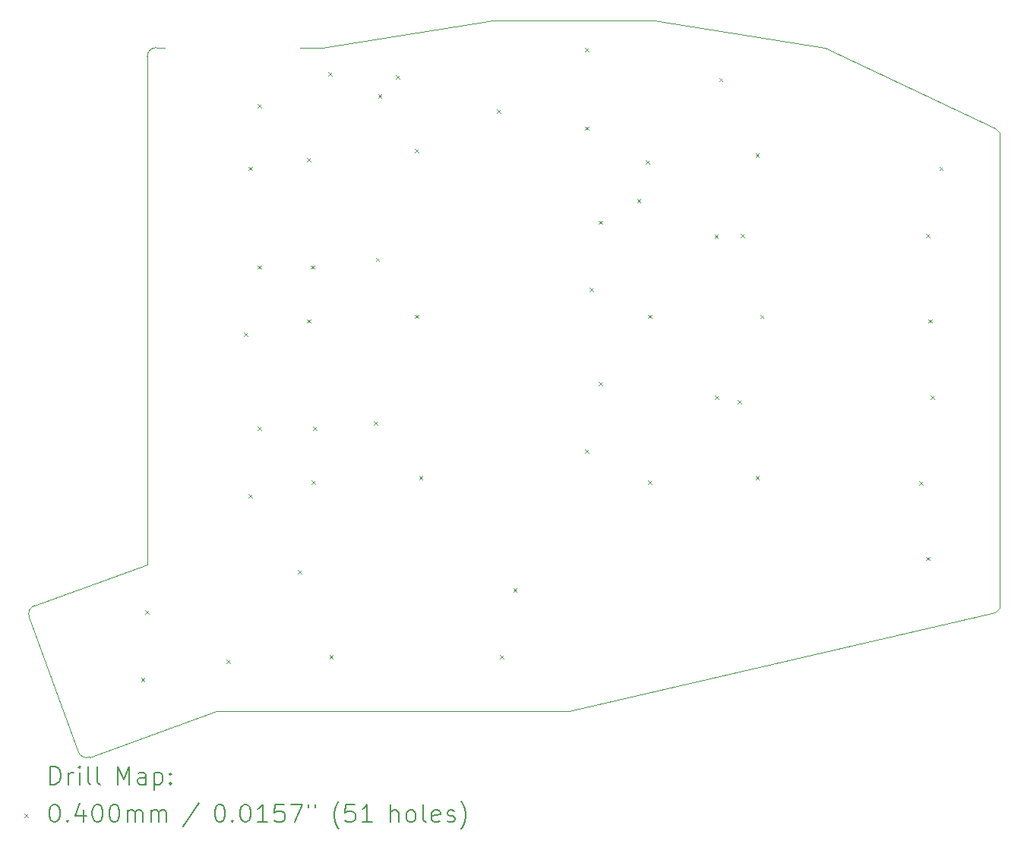
<source format=gbr>
%TF.GenerationSoftware,KiCad,Pcbnew,(7.0.0-0)*%
%TF.CreationDate,2023-03-13T10:37:24+08:00*%
%TF.ProjectId,Input,496e7075-742e-46b6-9963-61645f706362,1*%
%TF.SameCoordinates,PX7bfa480PY6052340*%
%TF.FileFunction,Drillmap*%
%TF.FilePolarity,Positive*%
%FSLAX45Y45*%
G04 Gerber Fmt 4.5, Leading zero omitted, Abs format (unit mm)*
G04 Created by KiCad (PCBNEW (7.0.0-0)) date 2023-03-13 10:37:24*
%MOMM*%
%LPD*%
G01*
G04 APERTURE LIST*
%ADD10C,0.100000*%
%ADD11C,0.200000*%
%ADD12C,0.040000*%
G04 APERTURE END LIST*
D10*
X2900000Y3200000D02*
X1000000Y2900000D01*
X8500000Y2000000D02*
X8550000Y1950000D01*
X6600000Y2900000D02*
X4700000Y3200000D01*
X-750000Y2900000D02*
X-850000Y2900000D01*
X-950000Y2800000D02*
X-950000Y-2867500D01*
X1000000Y2900000D02*
X750000Y2900000D01*
X8500000Y-3400000D02*
X8550000Y-3350000D01*
X-175000Y-4500000D02*
X3750000Y-4500000D01*
X-850000Y2900000D02*
G75*
G03*
X-950000Y2800000I0J-100000D01*
G01*
X-1719107Y-4955972D02*
X-2266339Y-3452464D01*
X-1719110Y-4955973D02*
G75*
G03*
X-1590936Y-5015740I93970J34203D01*
G01*
X-2206573Y-3324290D02*
G75*
G03*
X-2266339Y-3452464I34203J-93970D01*
G01*
X4700000Y3200000D02*
X2900000Y3200000D01*
X6600000Y2900000D02*
X8500000Y2000000D01*
X-2206572Y-3324293D02*
X-950000Y-2867500D01*
X-175000Y-4500000D02*
X-1590936Y-5015740D01*
X8550000Y-3350000D02*
X8550000Y1950000D01*
X3750000Y-4500000D02*
X8500000Y-3400000D01*
D11*
D12*
X-1020000Y-4130000D02*
X-980000Y-4170000D01*
X-980000Y-4130000D02*
X-1020000Y-4170000D01*
X-970000Y-3380000D02*
X-930000Y-3420000D01*
X-930000Y-3380000D02*
X-970000Y-3420000D01*
X-70000Y-3930000D02*
X-30000Y-3970000D01*
X-30000Y-3930000D02*
X-70000Y-3970000D01*
X130000Y-280000D02*
X170000Y-320000D01*
X170000Y-280000D02*
X130000Y-320000D01*
X180000Y1570000D02*
X220000Y1530000D01*
X220000Y1570000D02*
X180000Y1530000D01*
X180000Y-2080000D02*
X220000Y-2120000D01*
X220000Y-2080000D02*
X180000Y-2120000D01*
X280000Y470000D02*
X320000Y430000D01*
X320000Y470000D02*
X280000Y430000D01*
X280000Y-1330000D02*
X320000Y-1370000D01*
X320000Y-1330000D02*
X280000Y-1370000D01*
X280000Y2270000D02*
X320000Y2230000D01*
X320000Y2270000D02*
X280000Y2230000D01*
X730000Y-2930000D02*
X770000Y-2970000D01*
X770000Y-2930000D02*
X730000Y-2970000D01*
X830000Y1670000D02*
X870000Y1630000D01*
X870000Y1670000D02*
X830000Y1630000D01*
X830000Y-130000D02*
X870000Y-170000D01*
X870000Y-130000D02*
X830000Y-170000D01*
X870000Y470000D02*
X910000Y430000D01*
X910000Y470000D02*
X870000Y430000D01*
X880000Y-1930000D02*
X920000Y-1970000D01*
X920000Y-1930000D02*
X880000Y-1970000D01*
X900000Y-1330000D02*
X940000Y-1370000D01*
X940000Y-1330000D02*
X900000Y-1370000D01*
X1070000Y2622450D02*
X1110000Y2582450D01*
X1110000Y2622450D02*
X1070000Y2582450D01*
X1080000Y-3880000D02*
X1120000Y-3920000D01*
X1120000Y-3880000D02*
X1080000Y-3920000D01*
X1572500Y-1272500D02*
X1612500Y-1312500D01*
X1612500Y-1272500D02*
X1572500Y-1312500D01*
X1596250Y553750D02*
X1636250Y513750D01*
X1636250Y553750D02*
X1596250Y513750D01*
X1622500Y2377500D02*
X1662500Y2337500D01*
X1662500Y2377500D02*
X1622500Y2337500D01*
X1820000Y2590000D02*
X1860000Y2550000D01*
X1860000Y2590000D02*
X1820000Y2550000D01*
X2030000Y1770000D02*
X2070000Y1730000D01*
X2070000Y1770000D02*
X2030000Y1730000D01*
X2030000Y-80000D02*
X2070000Y-120000D01*
X2070000Y-80000D02*
X2030000Y-120000D01*
X2080000Y-1880000D02*
X2120000Y-1920000D01*
X2120000Y-1880000D02*
X2080000Y-1920000D01*
X2950000Y2210000D02*
X2990000Y2170000D01*
X2990000Y2210000D02*
X2950000Y2170000D01*
X2980000Y-3880000D02*
X3020000Y-3920000D01*
X3020000Y-3880000D02*
X2980000Y-3920000D01*
X3130000Y-3130000D02*
X3170000Y-3170000D01*
X3170000Y-3130000D02*
X3130000Y-3170000D01*
X3930000Y2897550D02*
X3970000Y2857550D01*
X3970000Y2897550D02*
X3930000Y2857550D01*
X3930000Y2020000D02*
X3970000Y1980000D01*
X3970000Y2020000D02*
X3930000Y1980000D01*
X3930000Y-1580000D02*
X3970000Y-1620000D01*
X3970000Y-1580000D02*
X3930000Y-1620000D01*
X3980000Y220000D02*
X4020000Y180000D01*
X4020000Y220000D02*
X3980000Y180000D01*
X4080000Y970000D02*
X4120000Y930000D01*
X4120000Y970000D02*
X4080000Y930000D01*
X4080000Y-830000D02*
X4120000Y-870000D01*
X4120000Y-830000D02*
X4080000Y-870000D01*
X4510000Y1210000D02*
X4550000Y1170000D01*
X4550000Y1210000D02*
X4510000Y1170000D01*
X4605500Y1645500D02*
X4645500Y1605500D01*
X4645500Y1645500D02*
X4605500Y1605500D01*
X4630000Y-80000D02*
X4670000Y-120000D01*
X4670000Y-80000D02*
X4630000Y-120000D01*
X4630000Y-1930000D02*
X4670000Y-1970000D01*
X4670000Y-1930000D02*
X4630000Y-1970000D01*
X5372500Y812500D02*
X5412500Y772500D01*
X5412500Y812500D02*
X5372500Y772500D01*
X5380000Y-980000D02*
X5420000Y-1020000D01*
X5420000Y-980000D02*
X5380000Y-1020000D01*
X5422500Y2562500D02*
X5462500Y2522500D01*
X5462500Y2562500D02*
X5422500Y2522500D01*
X5630000Y-1030000D02*
X5670000Y-1070000D01*
X5670000Y-1030000D02*
X5630000Y-1070000D01*
X5665000Y820000D02*
X5705000Y780000D01*
X5705000Y820000D02*
X5665000Y780000D01*
X5830000Y1720000D02*
X5870000Y1680000D01*
X5870000Y1720000D02*
X5830000Y1680000D01*
X5830000Y-1880000D02*
X5870000Y-1920000D01*
X5870000Y-1880000D02*
X5830000Y-1920000D01*
X5880000Y-80000D02*
X5920000Y-120000D01*
X5920000Y-80000D02*
X5880000Y-120000D01*
X7652500Y-1937500D02*
X7692500Y-1977500D01*
X7692500Y-1937500D02*
X7652500Y-1977500D01*
X7730000Y820000D02*
X7770000Y780000D01*
X7770000Y820000D02*
X7730000Y780000D01*
X7730000Y-2780000D02*
X7770000Y-2820000D01*
X7770000Y-2780000D02*
X7730000Y-2820000D01*
X7757500Y-130000D02*
X7797500Y-170000D01*
X7797500Y-130000D02*
X7757500Y-170000D01*
X7780000Y-980000D02*
X7820000Y-1020000D01*
X7820000Y-980000D02*
X7780000Y-1020000D01*
X7880000Y1570000D02*
X7920000Y1530000D01*
X7920000Y1570000D02*
X7880000Y1530000D01*
D11*
X-2029752Y-5320247D02*
X-2029752Y-5120247D01*
X-2029752Y-5120247D02*
X-1982133Y-5120247D01*
X-1982133Y-5120247D02*
X-1953561Y-5129771D01*
X-1953561Y-5129771D02*
X-1934514Y-5148819D01*
X-1934514Y-5148819D02*
X-1924990Y-5167866D01*
X-1924990Y-5167866D02*
X-1915466Y-5205961D01*
X-1915466Y-5205961D02*
X-1915466Y-5234533D01*
X-1915466Y-5234533D02*
X-1924990Y-5272628D01*
X-1924990Y-5272628D02*
X-1934514Y-5291676D01*
X-1934514Y-5291676D02*
X-1953561Y-5310723D01*
X-1953561Y-5310723D02*
X-1982133Y-5320247D01*
X-1982133Y-5320247D02*
X-2029752Y-5320247D01*
X-1829752Y-5320247D02*
X-1829752Y-5186914D01*
X-1829752Y-5225009D02*
X-1820228Y-5205961D01*
X-1820228Y-5205961D02*
X-1810704Y-5196438D01*
X-1810704Y-5196438D02*
X-1791657Y-5186914D01*
X-1791657Y-5186914D02*
X-1772609Y-5186914D01*
X-1705942Y-5320247D02*
X-1705942Y-5186914D01*
X-1705942Y-5120247D02*
X-1715466Y-5129771D01*
X-1715466Y-5129771D02*
X-1705942Y-5139295D01*
X-1705942Y-5139295D02*
X-1696418Y-5129771D01*
X-1696418Y-5129771D02*
X-1705942Y-5120247D01*
X-1705942Y-5120247D02*
X-1705942Y-5139295D01*
X-1582133Y-5320247D02*
X-1601180Y-5310723D01*
X-1601180Y-5310723D02*
X-1610704Y-5291676D01*
X-1610704Y-5291676D02*
X-1610704Y-5120247D01*
X-1477371Y-5320247D02*
X-1496418Y-5310723D01*
X-1496418Y-5310723D02*
X-1505942Y-5291676D01*
X-1505942Y-5291676D02*
X-1505942Y-5120247D01*
X-1281180Y-5320247D02*
X-1281180Y-5120247D01*
X-1281180Y-5120247D02*
X-1214514Y-5263104D01*
X-1214514Y-5263104D02*
X-1147847Y-5120247D01*
X-1147847Y-5120247D02*
X-1147847Y-5320247D01*
X-966895Y-5320247D02*
X-966895Y-5215485D01*
X-966895Y-5215485D02*
X-976418Y-5196438D01*
X-976418Y-5196438D02*
X-995466Y-5186914D01*
X-995466Y-5186914D02*
X-1033561Y-5186914D01*
X-1033561Y-5186914D02*
X-1052609Y-5196438D01*
X-966895Y-5310723D02*
X-985942Y-5320247D01*
X-985942Y-5320247D02*
X-1033561Y-5320247D01*
X-1033561Y-5320247D02*
X-1052609Y-5310723D01*
X-1052609Y-5310723D02*
X-1062133Y-5291676D01*
X-1062133Y-5291676D02*
X-1062133Y-5272628D01*
X-1062133Y-5272628D02*
X-1052609Y-5253580D01*
X-1052609Y-5253580D02*
X-1033561Y-5244057D01*
X-1033561Y-5244057D02*
X-985942Y-5244057D01*
X-985942Y-5244057D02*
X-966895Y-5234533D01*
X-871657Y-5186914D02*
X-871657Y-5386914D01*
X-871657Y-5196438D02*
X-852609Y-5186914D01*
X-852609Y-5186914D02*
X-814514Y-5186914D01*
X-814514Y-5186914D02*
X-795466Y-5196438D01*
X-795466Y-5196438D02*
X-785942Y-5205961D01*
X-785942Y-5205961D02*
X-776418Y-5225009D01*
X-776418Y-5225009D02*
X-776418Y-5282152D01*
X-776418Y-5282152D02*
X-785942Y-5301199D01*
X-785942Y-5301199D02*
X-795466Y-5310723D01*
X-795466Y-5310723D02*
X-814514Y-5320247D01*
X-814514Y-5320247D02*
X-852609Y-5320247D01*
X-852609Y-5320247D02*
X-871657Y-5310723D01*
X-690704Y-5301199D02*
X-681180Y-5310723D01*
X-681180Y-5310723D02*
X-690704Y-5320247D01*
X-690704Y-5320247D02*
X-700228Y-5310723D01*
X-700228Y-5310723D02*
X-690704Y-5301199D01*
X-690704Y-5301199D02*
X-690704Y-5320247D01*
X-690704Y-5196438D02*
X-681180Y-5205961D01*
X-681180Y-5205961D02*
X-690704Y-5215485D01*
X-690704Y-5215485D02*
X-700228Y-5205961D01*
X-700228Y-5205961D02*
X-690704Y-5196438D01*
X-690704Y-5196438D02*
X-690704Y-5215485D01*
D12*
X-2317371Y-5646771D02*
X-2277371Y-5686771D01*
X-2277371Y-5646771D02*
X-2317371Y-5686771D01*
D11*
X-1991657Y-5540247D02*
X-1972609Y-5540247D01*
X-1972609Y-5540247D02*
X-1953561Y-5549771D01*
X-1953561Y-5549771D02*
X-1944037Y-5559295D01*
X-1944037Y-5559295D02*
X-1934514Y-5578342D01*
X-1934514Y-5578342D02*
X-1924990Y-5616437D01*
X-1924990Y-5616437D02*
X-1924990Y-5664057D01*
X-1924990Y-5664057D02*
X-1934514Y-5702152D01*
X-1934514Y-5702152D02*
X-1944037Y-5721199D01*
X-1944037Y-5721199D02*
X-1953561Y-5730723D01*
X-1953561Y-5730723D02*
X-1972609Y-5740247D01*
X-1972609Y-5740247D02*
X-1991657Y-5740247D01*
X-1991657Y-5740247D02*
X-2010704Y-5730723D01*
X-2010704Y-5730723D02*
X-2020228Y-5721199D01*
X-2020228Y-5721199D02*
X-2029752Y-5702152D01*
X-2029752Y-5702152D02*
X-2039276Y-5664057D01*
X-2039276Y-5664057D02*
X-2039276Y-5616437D01*
X-2039276Y-5616437D02*
X-2029752Y-5578342D01*
X-2029752Y-5578342D02*
X-2020228Y-5559295D01*
X-2020228Y-5559295D02*
X-2010704Y-5549771D01*
X-2010704Y-5549771D02*
X-1991657Y-5540247D01*
X-1839276Y-5721199D02*
X-1829752Y-5730723D01*
X-1829752Y-5730723D02*
X-1839276Y-5740247D01*
X-1839276Y-5740247D02*
X-1848799Y-5730723D01*
X-1848799Y-5730723D02*
X-1839276Y-5721199D01*
X-1839276Y-5721199D02*
X-1839276Y-5740247D01*
X-1658323Y-5606914D02*
X-1658323Y-5740247D01*
X-1705942Y-5530723D02*
X-1753561Y-5673580D01*
X-1753561Y-5673580D02*
X-1629752Y-5673580D01*
X-1515466Y-5540247D02*
X-1496418Y-5540247D01*
X-1496418Y-5540247D02*
X-1477371Y-5549771D01*
X-1477371Y-5549771D02*
X-1467847Y-5559295D01*
X-1467847Y-5559295D02*
X-1458323Y-5578342D01*
X-1458323Y-5578342D02*
X-1448799Y-5616437D01*
X-1448799Y-5616437D02*
X-1448799Y-5664057D01*
X-1448799Y-5664057D02*
X-1458323Y-5702152D01*
X-1458323Y-5702152D02*
X-1467847Y-5721199D01*
X-1467847Y-5721199D02*
X-1477371Y-5730723D01*
X-1477371Y-5730723D02*
X-1496418Y-5740247D01*
X-1496418Y-5740247D02*
X-1515466Y-5740247D01*
X-1515466Y-5740247D02*
X-1534514Y-5730723D01*
X-1534514Y-5730723D02*
X-1544037Y-5721199D01*
X-1544037Y-5721199D02*
X-1553561Y-5702152D01*
X-1553561Y-5702152D02*
X-1563085Y-5664057D01*
X-1563085Y-5664057D02*
X-1563085Y-5616437D01*
X-1563085Y-5616437D02*
X-1553561Y-5578342D01*
X-1553561Y-5578342D02*
X-1544037Y-5559295D01*
X-1544037Y-5559295D02*
X-1534514Y-5549771D01*
X-1534514Y-5549771D02*
X-1515466Y-5540247D01*
X-1324990Y-5540247D02*
X-1305942Y-5540247D01*
X-1305942Y-5540247D02*
X-1286895Y-5549771D01*
X-1286895Y-5549771D02*
X-1277371Y-5559295D01*
X-1277371Y-5559295D02*
X-1267847Y-5578342D01*
X-1267847Y-5578342D02*
X-1258323Y-5616437D01*
X-1258323Y-5616437D02*
X-1258323Y-5664057D01*
X-1258323Y-5664057D02*
X-1267847Y-5702152D01*
X-1267847Y-5702152D02*
X-1277371Y-5721199D01*
X-1277371Y-5721199D02*
X-1286895Y-5730723D01*
X-1286895Y-5730723D02*
X-1305942Y-5740247D01*
X-1305942Y-5740247D02*
X-1324990Y-5740247D01*
X-1324990Y-5740247D02*
X-1344038Y-5730723D01*
X-1344038Y-5730723D02*
X-1353561Y-5721199D01*
X-1353561Y-5721199D02*
X-1363085Y-5702152D01*
X-1363085Y-5702152D02*
X-1372609Y-5664057D01*
X-1372609Y-5664057D02*
X-1372609Y-5616437D01*
X-1372609Y-5616437D02*
X-1363085Y-5578342D01*
X-1363085Y-5578342D02*
X-1353561Y-5559295D01*
X-1353561Y-5559295D02*
X-1344038Y-5549771D01*
X-1344038Y-5549771D02*
X-1324990Y-5540247D01*
X-1172609Y-5740247D02*
X-1172609Y-5606914D01*
X-1172609Y-5625961D02*
X-1163085Y-5616437D01*
X-1163085Y-5616437D02*
X-1144038Y-5606914D01*
X-1144038Y-5606914D02*
X-1115466Y-5606914D01*
X-1115466Y-5606914D02*
X-1096418Y-5616437D01*
X-1096418Y-5616437D02*
X-1086895Y-5635485D01*
X-1086895Y-5635485D02*
X-1086895Y-5740247D01*
X-1086895Y-5635485D02*
X-1077371Y-5616437D01*
X-1077371Y-5616437D02*
X-1058323Y-5606914D01*
X-1058323Y-5606914D02*
X-1029752Y-5606914D01*
X-1029752Y-5606914D02*
X-1010704Y-5616437D01*
X-1010704Y-5616437D02*
X-1001180Y-5635485D01*
X-1001180Y-5635485D02*
X-1001180Y-5740247D01*
X-905942Y-5740247D02*
X-905942Y-5606914D01*
X-905942Y-5625961D02*
X-896418Y-5616437D01*
X-896418Y-5616437D02*
X-877371Y-5606914D01*
X-877371Y-5606914D02*
X-848799Y-5606914D01*
X-848799Y-5606914D02*
X-829752Y-5616437D01*
X-829752Y-5616437D02*
X-820228Y-5635485D01*
X-820228Y-5635485D02*
X-820228Y-5740247D01*
X-820228Y-5635485D02*
X-810704Y-5616437D01*
X-810704Y-5616437D02*
X-791656Y-5606914D01*
X-791656Y-5606914D02*
X-763085Y-5606914D01*
X-763085Y-5606914D02*
X-744037Y-5616437D01*
X-744037Y-5616437D02*
X-734514Y-5635485D01*
X-734514Y-5635485D02*
X-734514Y-5740247D01*
X-376418Y-5530723D02*
X-547847Y-5787866D01*
X-151657Y-5540247D02*
X-132609Y-5540247D01*
X-132609Y-5540247D02*
X-113561Y-5549771D01*
X-113561Y-5549771D02*
X-104037Y-5559295D01*
X-104037Y-5559295D02*
X-94514Y-5578342D01*
X-94514Y-5578342D02*
X-84990Y-5616437D01*
X-84990Y-5616437D02*
X-84990Y-5664057D01*
X-84990Y-5664057D02*
X-94514Y-5702152D01*
X-94514Y-5702152D02*
X-104037Y-5721199D01*
X-104037Y-5721199D02*
X-113561Y-5730723D01*
X-113561Y-5730723D02*
X-132609Y-5740247D01*
X-132609Y-5740247D02*
X-151657Y-5740247D01*
X-151657Y-5740247D02*
X-170704Y-5730723D01*
X-170704Y-5730723D02*
X-180228Y-5721199D01*
X-180228Y-5721199D02*
X-189752Y-5702152D01*
X-189752Y-5702152D02*
X-199275Y-5664057D01*
X-199275Y-5664057D02*
X-199275Y-5616437D01*
X-199275Y-5616437D02*
X-189752Y-5578342D01*
X-189752Y-5578342D02*
X-180228Y-5559295D01*
X-180228Y-5559295D02*
X-170704Y-5549771D01*
X-170704Y-5549771D02*
X-151657Y-5540247D01*
X724Y-5721199D02*
X10248Y-5730723D01*
X10248Y-5730723D02*
X724Y-5740247D01*
X724Y-5740247D02*
X-8799Y-5730723D01*
X-8799Y-5730723D02*
X724Y-5721199D01*
X724Y-5721199D02*
X724Y-5740247D01*
X134058Y-5540247D02*
X153106Y-5540247D01*
X153106Y-5540247D02*
X172153Y-5549771D01*
X172153Y-5549771D02*
X181677Y-5559295D01*
X181677Y-5559295D02*
X191201Y-5578342D01*
X191201Y-5578342D02*
X200724Y-5616437D01*
X200724Y-5616437D02*
X200724Y-5664057D01*
X200724Y-5664057D02*
X191201Y-5702152D01*
X191201Y-5702152D02*
X181677Y-5721199D01*
X181677Y-5721199D02*
X172153Y-5730723D01*
X172153Y-5730723D02*
X153106Y-5740247D01*
X153106Y-5740247D02*
X134058Y-5740247D01*
X134058Y-5740247D02*
X115010Y-5730723D01*
X115010Y-5730723D02*
X105486Y-5721199D01*
X105486Y-5721199D02*
X95963Y-5702152D01*
X95963Y-5702152D02*
X86439Y-5664057D01*
X86439Y-5664057D02*
X86439Y-5616437D01*
X86439Y-5616437D02*
X95963Y-5578342D01*
X95963Y-5578342D02*
X105486Y-5559295D01*
X105486Y-5559295D02*
X115010Y-5549771D01*
X115010Y-5549771D02*
X134058Y-5540247D01*
X391201Y-5740247D02*
X276915Y-5740247D01*
X334058Y-5740247D02*
X334058Y-5540247D01*
X334058Y-5540247D02*
X315010Y-5568819D01*
X315010Y-5568819D02*
X295963Y-5587866D01*
X295963Y-5587866D02*
X276915Y-5597390D01*
X572153Y-5540247D02*
X476915Y-5540247D01*
X476915Y-5540247D02*
X467391Y-5635485D01*
X467391Y-5635485D02*
X476915Y-5625961D01*
X476915Y-5625961D02*
X495963Y-5616437D01*
X495963Y-5616437D02*
X543582Y-5616437D01*
X543582Y-5616437D02*
X562629Y-5625961D01*
X562629Y-5625961D02*
X572153Y-5635485D01*
X572153Y-5635485D02*
X581677Y-5654533D01*
X581677Y-5654533D02*
X581677Y-5702152D01*
X581677Y-5702152D02*
X572153Y-5721199D01*
X572153Y-5721199D02*
X562629Y-5730723D01*
X562629Y-5730723D02*
X543582Y-5740247D01*
X543582Y-5740247D02*
X495963Y-5740247D01*
X495963Y-5740247D02*
X476915Y-5730723D01*
X476915Y-5730723D02*
X467391Y-5721199D01*
X648344Y-5540247D02*
X781677Y-5540247D01*
X781677Y-5540247D02*
X695963Y-5740247D01*
X848344Y-5540247D02*
X848344Y-5578342D01*
X924534Y-5540247D02*
X924534Y-5578342D01*
X1187391Y-5816437D02*
X1177867Y-5806914D01*
X1177867Y-5806914D02*
X1158820Y-5778342D01*
X1158820Y-5778342D02*
X1149296Y-5759295D01*
X1149296Y-5759295D02*
X1139772Y-5730723D01*
X1139772Y-5730723D02*
X1130248Y-5683104D01*
X1130248Y-5683104D02*
X1130248Y-5645009D01*
X1130248Y-5645009D02*
X1139772Y-5597390D01*
X1139772Y-5597390D02*
X1149296Y-5568819D01*
X1149296Y-5568819D02*
X1158820Y-5549771D01*
X1158820Y-5549771D02*
X1177867Y-5521199D01*
X1177867Y-5521199D02*
X1187391Y-5511676D01*
X1358820Y-5540247D02*
X1263582Y-5540247D01*
X1263582Y-5540247D02*
X1254058Y-5635485D01*
X1254058Y-5635485D02*
X1263582Y-5625961D01*
X1263582Y-5625961D02*
X1282629Y-5616437D01*
X1282629Y-5616437D02*
X1330248Y-5616437D01*
X1330248Y-5616437D02*
X1349296Y-5625961D01*
X1349296Y-5625961D02*
X1358820Y-5635485D01*
X1358820Y-5635485D02*
X1368344Y-5654533D01*
X1368344Y-5654533D02*
X1368344Y-5702152D01*
X1368344Y-5702152D02*
X1358820Y-5721199D01*
X1358820Y-5721199D02*
X1349296Y-5730723D01*
X1349296Y-5730723D02*
X1330248Y-5740247D01*
X1330248Y-5740247D02*
X1282629Y-5740247D01*
X1282629Y-5740247D02*
X1263582Y-5730723D01*
X1263582Y-5730723D02*
X1254058Y-5721199D01*
X1558820Y-5740247D02*
X1444534Y-5740247D01*
X1501677Y-5740247D02*
X1501677Y-5540247D01*
X1501677Y-5540247D02*
X1482629Y-5568819D01*
X1482629Y-5568819D02*
X1463582Y-5587866D01*
X1463582Y-5587866D02*
X1444534Y-5597390D01*
X1764534Y-5740247D02*
X1764534Y-5540247D01*
X1850248Y-5740247D02*
X1850248Y-5635485D01*
X1850248Y-5635485D02*
X1840725Y-5616437D01*
X1840725Y-5616437D02*
X1821677Y-5606914D01*
X1821677Y-5606914D02*
X1793105Y-5606914D01*
X1793105Y-5606914D02*
X1774058Y-5616437D01*
X1774058Y-5616437D02*
X1764534Y-5625961D01*
X1974058Y-5740247D02*
X1955010Y-5730723D01*
X1955010Y-5730723D02*
X1945486Y-5721199D01*
X1945486Y-5721199D02*
X1935963Y-5702152D01*
X1935963Y-5702152D02*
X1935963Y-5645009D01*
X1935963Y-5645009D02*
X1945486Y-5625961D01*
X1945486Y-5625961D02*
X1955010Y-5616437D01*
X1955010Y-5616437D02*
X1974058Y-5606914D01*
X1974058Y-5606914D02*
X2002629Y-5606914D01*
X2002629Y-5606914D02*
X2021677Y-5616437D01*
X2021677Y-5616437D02*
X2031201Y-5625961D01*
X2031201Y-5625961D02*
X2040725Y-5645009D01*
X2040725Y-5645009D02*
X2040725Y-5702152D01*
X2040725Y-5702152D02*
X2031201Y-5721199D01*
X2031201Y-5721199D02*
X2021677Y-5730723D01*
X2021677Y-5730723D02*
X2002629Y-5740247D01*
X2002629Y-5740247D02*
X1974058Y-5740247D01*
X2155010Y-5740247D02*
X2135963Y-5730723D01*
X2135963Y-5730723D02*
X2126439Y-5711676D01*
X2126439Y-5711676D02*
X2126439Y-5540247D01*
X2307391Y-5730723D02*
X2288344Y-5740247D01*
X2288344Y-5740247D02*
X2250248Y-5740247D01*
X2250248Y-5740247D02*
X2231201Y-5730723D01*
X2231201Y-5730723D02*
X2221677Y-5711676D01*
X2221677Y-5711676D02*
X2221677Y-5635485D01*
X2221677Y-5635485D02*
X2231201Y-5616437D01*
X2231201Y-5616437D02*
X2250248Y-5606914D01*
X2250248Y-5606914D02*
X2288344Y-5606914D01*
X2288344Y-5606914D02*
X2307391Y-5616437D01*
X2307391Y-5616437D02*
X2316915Y-5635485D01*
X2316915Y-5635485D02*
X2316915Y-5654533D01*
X2316915Y-5654533D02*
X2221677Y-5673580D01*
X2393106Y-5730723D02*
X2412153Y-5740247D01*
X2412153Y-5740247D02*
X2450248Y-5740247D01*
X2450248Y-5740247D02*
X2469296Y-5730723D01*
X2469296Y-5730723D02*
X2478820Y-5711676D01*
X2478820Y-5711676D02*
X2478820Y-5702152D01*
X2478820Y-5702152D02*
X2469296Y-5683104D01*
X2469296Y-5683104D02*
X2450248Y-5673580D01*
X2450248Y-5673580D02*
X2421677Y-5673580D01*
X2421677Y-5673580D02*
X2402629Y-5664057D01*
X2402629Y-5664057D02*
X2393106Y-5645009D01*
X2393106Y-5645009D02*
X2393106Y-5635485D01*
X2393106Y-5635485D02*
X2402629Y-5616437D01*
X2402629Y-5616437D02*
X2421677Y-5606914D01*
X2421677Y-5606914D02*
X2450248Y-5606914D01*
X2450248Y-5606914D02*
X2469296Y-5616437D01*
X2545487Y-5816437D02*
X2555010Y-5806914D01*
X2555010Y-5806914D02*
X2574058Y-5778342D01*
X2574058Y-5778342D02*
X2583582Y-5759295D01*
X2583582Y-5759295D02*
X2593106Y-5730723D01*
X2593106Y-5730723D02*
X2602629Y-5683104D01*
X2602629Y-5683104D02*
X2602629Y-5645009D01*
X2602629Y-5645009D02*
X2593106Y-5597390D01*
X2593106Y-5597390D02*
X2583582Y-5568819D01*
X2583582Y-5568819D02*
X2574058Y-5549771D01*
X2574058Y-5549771D02*
X2555010Y-5521199D01*
X2555010Y-5521199D02*
X2545487Y-5511676D01*
M02*

</source>
